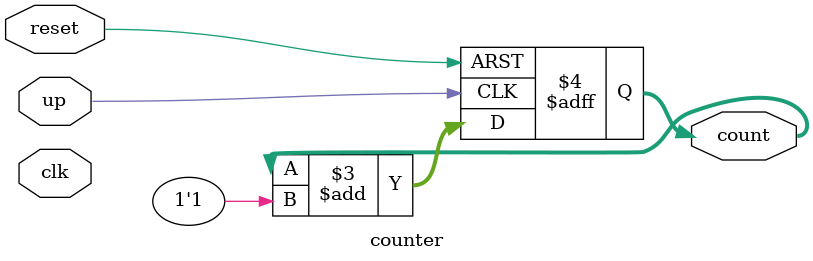
<source format=v>
module counter (input reset,input clk,input up,output reg [4: 0] count);

always @(posedge up or negedge reset)
begin
if(!reset) count = {4{1'b0}};
else if (up) count = count + 1'b1;
else count = count;
end

endmodule


</source>
